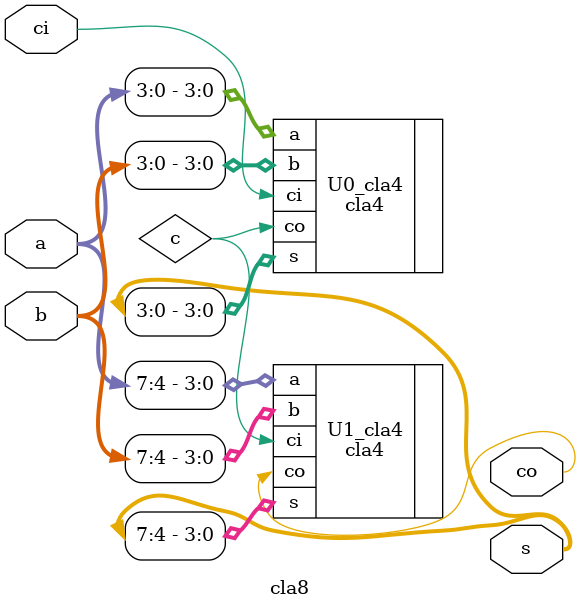
<source format=v>
module cla8(a, b, ci, co, s);
	input [7:0] a, b;
	input ci;
	output co;
	output [7:0] s;
	wire c;
	
	cla4 U0_cla4(.a(a[3:0]), .b(b[3:0]), .ci(ci), .s(s[3:0]), .co(c));
	cla4 U1_cla4(.a(a[7:4]), .b(b[7:4]), .ci(c), .s(s[7:4]), .co(co));
	
endmodule

</source>
